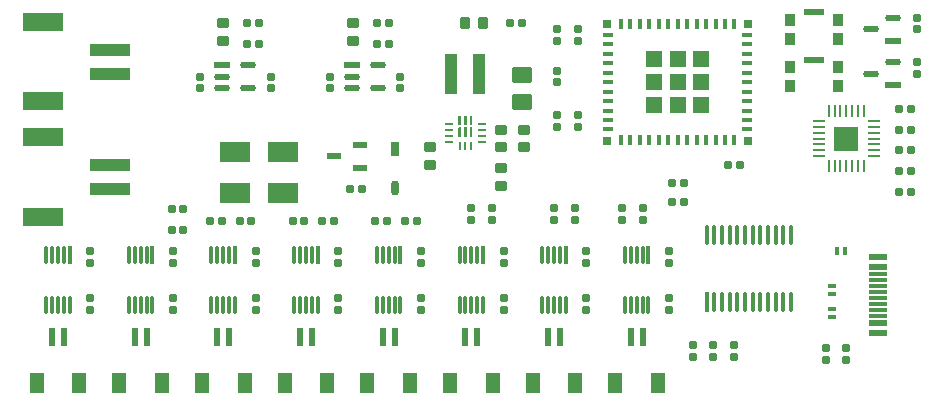
<source format=gtp>
G04*
G04 #@! TF.GenerationSoftware,Altium Limited,Altium Designer,25.5.2 (35)*
G04*
G04 Layer_Color=8421504*
%FSLAX44Y44*%
%MOMM*%
G71*
G04*
G04 #@! TF.SameCoordinates,E2347265-D20F-491F-8A9E-089D316F0C9A*
G04*
G04*
G04 #@! TF.FilePolarity,Positive*
G04*
G01*
G75*
%ADD16R,2.1187X2.1187*%
G04:AMPARAMS|DCode=17|XSize=0.6mm|YSize=0.7mm|CornerRadius=0.075mm|HoleSize=0mm|Usage=FLASHONLY|Rotation=180.000|XOffset=0mm|YOffset=0mm|HoleType=Round|Shape=RoundedRectangle|*
%AMROUNDEDRECTD17*
21,1,0.6000,0.5500,0,0,180.0*
21,1,0.4500,0.7000,0,0,180.0*
1,1,0.1500,-0.2250,0.2750*
1,1,0.1500,0.2250,0.2750*
1,1,0.1500,0.2250,-0.2750*
1,1,0.1500,-0.2250,-0.2750*
%
%ADD17ROUNDEDRECTD17*%
G04:AMPARAMS|DCode=18|XSize=0.8mm|YSize=1mm|CornerRadius=0.1mm|HoleSize=0mm|Usage=FLASHONLY|Rotation=90.000|XOffset=0mm|YOffset=0mm|HoleType=Round|Shape=RoundedRectangle|*
%AMROUNDEDRECTD18*
21,1,0.8000,0.8000,0,0,90.0*
21,1,0.6000,1.0000,0,0,90.0*
1,1,0.2000,0.4000,0.3000*
1,1,0.2000,0.4000,-0.3000*
1,1,0.2000,-0.4000,-0.3000*
1,1,0.2000,-0.4000,0.3000*
%
%ADD18ROUNDEDRECTD18*%
G04:AMPARAMS|DCode=19|XSize=0.6mm|YSize=0.7mm|CornerRadius=0.075mm|HoleSize=0mm|Usage=FLASHONLY|Rotation=90.000|XOffset=0mm|YOffset=0mm|HoleType=Round|Shape=RoundedRectangle|*
%AMROUNDEDRECTD19*
21,1,0.6000,0.5500,0,0,90.0*
21,1,0.4500,0.7000,0,0,90.0*
1,1,0.1500,0.2750,0.2250*
1,1,0.1500,0.2750,-0.2250*
1,1,0.1500,-0.2750,-0.2250*
1,1,0.1500,-0.2750,0.2250*
%
%ADD19ROUNDEDRECTD19*%
%ADD20R,1.5000X0.6000*%
%ADD21R,1.5000X0.3000*%
%ADD22R,0.6500X0.4000*%
%ADD23R,1.4478X1.4478*%
%ADD24R,0.7112X0.7112*%
%ADD25R,0.4064X0.8128*%
%ADD26R,0.8128X0.4064*%
G04:AMPARAMS|DCode=27|XSize=0.2425mm|YSize=1.0311mm|CornerRadius=0.1212mm|HoleSize=0mm|Usage=FLASHONLY|Rotation=90.000|XOffset=0mm|YOffset=0mm|HoleType=Round|Shape=RoundedRectangle|*
%AMROUNDEDRECTD27*
21,1,0.2425,0.7886,0,0,90.0*
21,1,0.0000,1.0311,0,0,90.0*
1,1,0.2425,0.3943,0.0000*
1,1,0.2425,0.3943,0.0000*
1,1,0.2425,-0.3943,0.0000*
1,1,0.2425,-0.3943,0.0000*
%
%ADD27ROUNDEDRECTD27*%
G04:AMPARAMS|DCode=28|XSize=1.0311mm|YSize=0.2425mm|CornerRadius=0.1212mm|HoleSize=0mm|Usage=FLASHONLY|Rotation=90.000|XOffset=0mm|YOffset=0mm|HoleType=Round|Shape=RoundedRectangle|*
%AMROUNDEDRECTD28*
21,1,1.0311,0.0000,0,0,90.0*
21,1,0.7886,0.2425,0,0,90.0*
1,1,0.2425,0.0000,0.3943*
1,1,0.2425,0.0000,-0.3943*
1,1,0.2425,0.0000,-0.3943*
1,1,0.2425,0.0000,0.3943*
%
%ADD28ROUNDEDRECTD28*%
%ADD29R,0.2425X1.0311*%
%ADD30R,3.5000X1.0000*%
%ADD31R,3.4000X1.5000*%
%ADD32R,0.6000X1.5500*%
%ADD33R,1.2000X1.8000*%
%ADD34R,0.9800X3.4000*%
%ADD35R,1.3383X0.5780*%
G04:AMPARAMS|DCode=36|XSize=1.3383mm|YSize=0.578mm|CornerRadius=0.289mm|HoleSize=0mm|Usage=FLASHONLY|Rotation=0.000|XOffset=0mm|YOffset=0mm|HoleType=Round|Shape=RoundedRectangle|*
%AMROUNDEDRECTD36*
21,1,1.3383,0.0000,0,0,0.0*
21,1,0.7603,0.5780,0,0,0.0*
1,1,0.5780,0.3802,0.0000*
1,1,0.5780,-0.3802,0.0000*
1,1,0.5780,-0.3802,0.0000*
1,1,0.5780,0.3802,0.0000*
%
%ADD36ROUNDEDRECTD36*%
G04:AMPARAMS|DCode=37|XSize=1.3571mm|YSize=0.5721mm|CornerRadius=0.2861mm|HoleSize=0mm|Usage=FLASHONLY|Rotation=180.000|XOffset=0mm|YOffset=0mm|HoleType=Round|Shape=RoundedRectangle|*
%AMROUNDEDRECTD37*
21,1,1.3571,0.0000,0,0,180.0*
21,1,0.7850,0.5721,0,0,180.0*
1,1,0.5721,-0.3925,0.0000*
1,1,0.5721,0.3925,0.0000*
1,1,0.5721,0.3925,0.0000*
1,1,0.5721,-0.3925,0.0000*
%
%ADD37ROUNDEDRECTD37*%
%ADD38R,1.3571X0.5721*%
%ADD39R,0.9000X1.0000*%
%ADD40R,1.7000X0.5500*%
%ADD41R,0.3500X1.5565*%
G04:AMPARAMS|DCode=42|XSize=1.5565mm|YSize=0.35mm|CornerRadius=0.175mm|HoleSize=0mm|Usage=FLASHONLY|Rotation=270.000|XOffset=0mm|YOffset=0mm|HoleType=Round|Shape=RoundedRectangle|*
%AMROUNDEDRECTD42*
21,1,1.5565,0.0000,0,0,270.0*
21,1,1.2065,0.3500,0,0,270.0*
1,1,0.3500,0.0000,-0.6033*
1,1,0.3500,0.0000,0.6033*
1,1,0.3500,0.0000,0.6033*
1,1,0.3500,0.0000,-0.6033*
%
%ADD42ROUNDEDRECTD42*%
%ADD43R,1.1500X0.6000*%
%ADD44R,0.3808X1.6554*%
G04:AMPARAMS|DCode=45|XSize=1.6554mm|YSize=0.3808mm|CornerRadius=0.1904mm|HoleSize=0mm|Usage=FLASHONLY|Rotation=90.000|XOffset=0mm|YOffset=0mm|HoleType=Round|Shape=RoundedRectangle|*
%AMROUNDEDRECTD45*
21,1,1.6554,0.0000,0,0,90.0*
21,1,1.2747,0.3808,0,0,90.0*
1,1,0.3808,0.0000,0.6373*
1,1,0.3808,0.0000,-0.6373*
1,1,0.3808,0.0000,-0.6373*
1,1,0.3808,0.0000,0.6373*
%
%ADD45ROUNDEDRECTD45*%
%ADD46R,0.7025X1.2575*%
G04:AMPARAMS|DCode=47|XSize=1.2575mm|YSize=0.7025mm|CornerRadius=0.3512mm|HoleSize=0mm|Usage=FLASHONLY|Rotation=270.000|XOffset=0mm|YOffset=0mm|HoleType=Round|Shape=RoundedRectangle|*
%AMROUNDEDRECTD47*
21,1,1.2575,0.0000,0,0,270.0*
21,1,0.5550,0.7025,0,0,270.0*
1,1,0.7025,0.0000,-0.2775*
1,1,0.7025,0.0000,0.2775*
1,1,0.7025,0.0000,0.2775*
1,1,0.7025,0.0000,-0.2775*
%
%ADD47ROUNDEDRECTD47*%
G04:AMPARAMS|DCode=48|XSize=0.24mm|YSize=0.6mm|CornerRadius=0.0504mm|HoleSize=0mm|Usage=FLASHONLY|Rotation=270.000|XOffset=0mm|YOffset=0mm|HoleType=Round|Shape=RoundedRectangle|*
%AMROUNDEDRECTD48*
21,1,0.2400,0.4992,0,0,270.0*
21,1,0.1392,0.6000,0,0,270.0*
1,1,0.1008,-0.2496,-0.0696*
1,1,0.1008,-0.2496,0.0696*
1,1,0.1008,0.2496,0.0696*
1,1,0.1008,0.2496,-0.0696*
%
%ADD48ROUNDEDRECTD48*%
G04:AMPARAMS|DCode=49|XSize=0.6mm|YSize=0.24mm|CornerRadius=0.0504mm|HoleSize=0mm|Usage=FLASHONLY|Rotation=270.000|XOffset=0mm|YOffset=0mm|HoleType=Round|Shape=RoundedRectangle|*
%AMROUNDEDRECTD49*
21,1,0.6000,0.1392,0,0,270.0*
21,1,0.4992,0.2400,0,0,270.0*
1,1,0.1008,-0.0696,-0.2496*
1,1,0.1008,-0.0696,0.2496*
1,1,0.1008,0.0696,0.2496*
1,1,0.1008,0.0696,-0.2496*
%
%ADD49ROUNDEDRECTD49*%
%ADD50R,2.6000X1.7000*%
G04:AMPARAMS|DCode=51|XSize=0.8mm|YSize=1mm|CornerRadius=0.1mm|HoleSize=0mm|Usage=FLASHONLY|Rotation=0.000|XOffset=0mm|YOffset=0mm|HoleType=Round|Shape=RoundedRectangle|*
%AMROUNDEDRECTD51*
21,1,0.8000,0.8000,0,0,0.0*
21,1,0.6000,1.0000,0,0,0.0*
1,1,0.2000,0.3000,-0.4000*
1,1,0.2000,-0.3000,-0.4000*
1,1,0.2000,-0.3000,0.4000*
1,1,0.2000,0.3000,0.4000*
%
%ADD51ROUNDEDRECTD51*%
%ADD52R,0.4000X0.6500*%
G04:AMPARAMS|DCode=53|XSize=1.4mm|YSize=1.7mm|CornerRadius=0.175mm|HoleSize=0mm|Usage=FLASHONLY|Rotation=270.000|XOffset=0mm|YOffset=0mm|HoleType=Round|Shape=RoundedRectangle|*
%AMROUNDEDRECTD53*
21,1,1.4000,1.3500,0,0,270.0*
21,1,1.0500,1.7000,0,0,270.0*
1,1,0.3500,-0.6750,-0.5250*
1,1,0.3500,-0.6750,0.5250*
1,1,0.3500,0.6750,0.5250*
1,1,0.3500,0.6750,-0.5250*
%
%ADD53ROUNDEDRECTD53*%
G36*
X409000Y261575D02*
Y261674D01*
X409076Y261858D01*
X409217Y261999D01*
X409401Y262075D01*
X409500D01*
D01*
X410700D01*
X410800D01*
X410983Y261999D01*
X411124Y261858D01*
X411200Y261674D01*
Y261575D01*
D01*
Y254625D01*
Y254526D01*
X411124Y254342D01*
X410983Y254201D01*
X410800Y254125D01*
X410700D01*
D01*
X409500D01*
X409401D01*
X409217Y254201D01*
X409076Y254342D01*
X409000Y254526D01*
Y254625D01*
D01*
Y261575D01*
D02*
G37*
G36*
X414300Y262075D02*
X415700D01*
X415800D01*
X415983Y261999D01*
X416124Y261858D01*
X416200Y261674D01*
Y261575D01*
D01*
Y254625D01*
Y254526D01*
X416124Y254342D01*
X415983Y254201D01*
X415800Y254125D01*
X415700D01*
D01*
X414300D01*
X414201D01*
X414017Y254201D01*
X413876Y254342D01*
X413800Y254526D01*
Y254625D01*
D01*
Y261575D01*
Y261674D01*
X413876Y261858D01*
X414017Y261999D01*
X414201Y262075D01*
X414300D01*
D01*
D02*
G37*
G36*
X418800Y261575D02*
Y261674D01*
X418876Y261858D01*
X419017Y261999D01*
X419201Y262075D01*
X419300D01*
D01*
X420500D01*
X420600D01*
X420783Y261999D01*
X420924Y261858D01*
X421000Y261674D01*
Y261575D01*
D01*
Y254625D01*
Y254526D01*
X420924Y254342D01*
X420783Y254201D01*
X420600Y254125D01*
X420500D01*
D01*
X419300D01*
X419201D01*
X419017Y254201D01*
X418876Y254342D01*
X418800Y254526D01*
Y254625D01*
D01*
Y261575D01*
D02*
G37*
G36*
X409000Y271475D02*
Y271574D01*
X409076Y271758D01*
X409217Y271899D01*
X409401Y271975D01*
X409500D01*
D01*
X410700D01*
X410800D01*
X410983Y271899D01*
X411124Y271758D01*
X411200Y271574D01*
Y271475D01*
D01*
Y264525D01*
Y264426D01*
X411124Y264242D01*
X410983Y264101D01*
X410800Y264025D01*
X410700D01*
D01*
X409500D01*
X409401D01*
X409217Y264101D01*
X409076Y264242D01*
X409000Y264426D01*
Y264525D01*
D01*
Y271475D01*
D02*
G37*
G36*
X416200Y264525D02*
Y264426D01*
X416124Y264242D01*
X415983Y264101D01*
X415800Y264025D01*
X415700D01*
D01*
X414300D01*
X414201D01*
X414017Y264101D01*
X413876Y264242D01*
X413800Y264426D01*
Y264525D01*
D01*
Y271475D01*
Y271574D01*
X413876Y271758D01*
X414017Y271899D01*
X414201Y271975D01*
X414300D01*
D01*
X415700D01*
X415800D01*
X415983Y271899D01*
X416124Y271758D01*
X416200Y271574D01*
Y271475D01*
D01*
Y264525D01*
D02*
G37*
G36*
X420500Y271975D02*
X420600D01*
X420783Y271899D01*
X420924Y271758D01*
X421000Y271574D01*
Y271475D01*
D01*
Y264525D01*
Y264426D01*
X420924Y264242D01*
X420783Y264101D01*
X420600Y264025D01*
X420500D01*
D01*
X419300D01*
X419201D01*
X419017Y264101D01*
X418876Y264242D01*
X418800Y264426D01*
Y264525D01*
D01*
Y271475D01*
Y271574D01*
X418876Y271758D01*
X419017Y271899D01*
X419201Y271975D01*
X419300D01*
D01*
X420500D01*
D02*
G37*
D16*
X737500Y252500D02*
D03*
D17*
X240000Y350000D02*
D03*
X230000D02*
D03*
X176250Y192500D02*
D03*
X166250D02*
D03*
X792500Y277500D02*
D03*
X782500D02*
D03*
X792500Y242500D02*
D03*
X782500D02*
D03*
X782500Y260000D02*
D03*
X792500D02*
D03*
X176250Y175000D02*
D03*
X166250D02*
D03*
X233750Y182500D02*
D03*
X223750D02*
D03*
X198750Y182500D02*
D03*
X208750D02*
D03*
X303750Y182500D02*
D03*
X293750D02*
D03*
X268750Y182500D02*
D03*
X278750D02*
D03*
X373750Y182500D02*
D03*
X363750D02*
D03*
X338750Y182500D02*
D03*
X348750D02*
D03*
X647500Y230000D02*
D03*
X637500D02*
D03*
X590000Y215000D02*
D03*
X600000D02*
D03*
X590000Y199000D02*
D03*
X600000D02*
D03*
X462500Y350000D02*
D03*
X452500D02*
D03*
X340000Y350000D02*
D03*
X350000D02*
D03*
X350000Y332500D02*
D03*
X340000D02*
D03*
X240000Y332500D02*
D03*
X230000D02*
D03*
X327500Y210000D02*
D03*
X317500D02*
D03*
X782500Y207500D02*
D03*
X792500D02*
D03*
X782500Y225000D02*
D03*
X792500D02*
D03*
D18*
X210000Y350000D02*
D03*
Y335000D02*
D03*
X320000D02*
D03*
Y350000D02*
D03*
X445000Y260000D02*
D03*
Y245000D02*
D03*
Y227500D02*
D03*
Y212500D02*
D03*
X385000Y245000D02*
D03*
Y230000D02*
D03*
X465000Y260000D02*
D03*
Y245000D02*
D03*
D19*
X565000Y193750D02*
D03*
Y183750D02*
D03*
X492500Y262500D02*
D03*
Y272500D02*
D03*
X642500Y67500D02*
D03*
Y77500D02*
D03*
X625000Y67500D02*
D03*
Y77500D02*
D03*
X437500Y193750D02*
D03*
Y183750D02*
D03*
X420000Y193750D02*
D03*
Y183750D02*
D03*
X507500Y193750D02*
D03*
Y183750D02*
D03*
X490000Y193750D02*
D03*
Y183750D02*
D03*
X547500Y193750D02*
D03*
Y183750D02*
D03*
X797500Y317500D02*
D03*
Y307500D02*
D03*
X607500Y67500D02*
D03*
Y77500D02*
D03*
X797500Y355000D02*
D03*
Y345000D02*
D03*
X492500Y310000D02*
D03*
Y300000D02*
D03*
X720000Y75000D02*
D03*
Y65000D02*
D03*
X737500Y75000D02*
D03*
Y65000D02*
D03*
X510000Y272500D02*
D03*
Y262500D02*
D03*
X492500Y335000D02*
D03*
Y345000D02*
D03*
X510000Y335000D02*
D03*
Y345000D02*
D03*
X97500Y107500D02*
D03*
Y117500D02*
D03*
Y157500D02*
D03*
Y147500D02*
D03*
X167500Y107500D02*
D03*
Y117500D02*
D03*
Y157500D02*
D03*
Y147500D02*
D03*
X237500Y107500D02*
D03*
Y117500D02*
D03*
Y157500D02*
D03*
Y147500D02*
D03*
X307500Y107500D02*
D03*
Y117500D02*
D03*
Y157500D02*
D03*
Y147500D02*
D03*
X300000Y305000D02*
D03*
Y295000D02*
D03*
X190000Y305000D02*
D03*
Y295000D02*
D03*
X360000Y305000D02*
D03*
Y295000D02*
D03*
X250000Y305000D02*
D03*
Y295000D02*
D03*
X377500Y107500D02*
D03*
Y117500D02*
D03*
X377500Y157500D02*
D03*
Y147500D02*
D03*
X447500Y107500D02*
D03*
Y117500D02*
D03*
Y157500D02*
D03*
Y147500D02*
D03*
X517500Y107500D02*
D03*
Y117500D02*
D03*
Y157500D02*
D03*
Y147500D02*
D03*
X587500Y107259D02*
D03*
Y117259D02*
D03*
Y157259D02*
D03*
Y147259D02*
D03*
D20*
X764000Y96000D02*
D03*
Y88000D02*
D03*
Y152000D02*
D03*
Y144000D02*
D03*
D21*
Y102500D02*
D03*
Y107500D02*
D03*
Y112500D02*
D03*
Y137500D02*
D03*
Y132500D02*
D03*
Y127500D02*
D03*
Y122500D02*
D03*
Y117500D02*
D03*
D22*
X725000Y127500D02*
D03*
Y120500D02*
D03*
Y101500D02*
D03*
Y108500D02*
D03*
D23*
X594750Y320000D02*
D03*
X614500D02*
D03*
Y300250D02*
D03*
Y280500D02*
D03*
X594750D02*
D03*
X575000D02*
D03*
Y300250D02*
D03*
Y320000D02*
D03*
X594750Y300250D02*
D03*
D24*
X535250Y349750D02*
D03*
Y250751D02*
D03*
X654250Y250750D02*
D03*
Y349750D02*
D03*
D25*
X546750Y349250D02*
D03*
X554750D02*
D03*
X562750D02*
D03*
X570750D02*
D03*
X578750D02*
D03*
X586750D02*
D03*
X594750D02*
D03*
X602750D02*
D03*
X610750D02*
D03*
X618750D02*
D03*
X626750D02*
D03*
X634750D02*
D03*
X642750D02*
D03*
X642750Y251250D02*
D03*
X634750D02*
D03*
X626750D02*
D03*
X618750D02*
D03*
X610750D02*
D03*
X602750D02*
D03*
X594750D02*
D03*
X586750D02*
D03*
X578750D02*
D03*
X570750D02*
D03*
X562750D02*
D03*
X554750D02*
D03*
X546750D02*
D03*
D26*
X653750Y340250D02*
D03*
Y332250D02*
D03*
Y324250D02*
D03*
Y316250D02*
D03*
Y308250D02*
D03*
Y300250D02*
D03*
Y292250D02*
D03*
Y284250D02*
D03*
Y276250D02*
D03*
Y268250D02*
D03*
Y260250D02*
D03*
X535750D02*
D03*
Y268250D02*
D03*
Y276250D02*
D03*
Y284250D02*
D03*
Y292250D02*
D03*
Y300250D02*
D03*
Y308250D02*
D03*
Y316250D02*
D03*
Y324250D02*
D03*
Y332250D02*
D03*
Y340250D02*
D03*
D27*
X714095Y237500D02*
D03*
Y242500D02*
D03*
Y247500D02*
D03*
Y252500D02*
D03*
Y257500D02*
D03*
Y262500D02*
D03*
Y267500D02*
D03*
X760905D02*
D03*
Y262500D02*
D03*
Y257500D02*
D03*
Y252500D02*
D03*
Y247500D02*
D03*
Y242500D02*
D03*
Y237500D02*
D03*
D28*
X722500Y275905D02*
D03*
X727500D02*
D03*
X732500D02*
D03*
X737500D02*
D03*
X742500D02*
D03*
X747500D02*
D03*
X752500D02*
D03*
Y229095D02*
D03*
X747500D02*
D03*
X742500D02*
D03*
X737500D02*
D03*
X732500D02*
D03*
X727500D02*
D03*
D29*
X722500D02*
D03*
D30*
X114500Y230000D02*
D03*
Y210000D02*
D03*
Y327500D02*
D03*
Y307500D02*
D03*
D31*
X57000Y253500D02*
D03*
Y186500D02*
D03*
Y351000D02*
D03*
Y284000D02*
D03*
D32*
X75000Y84500D02*
D03*
X65000D02*
D03*
X145000D02*
D03*
X135000D02*
D03*
X215000D02*
D03*
X205000D02*
D03*
X285000D02*
D03*
X275000D02*
D03*
X355000D02*
D03*
X345000D02*
D03*
X425000D02*
D03*
X415000D02*
D03*
X495000D02*
D03*
X485000D02*
D03*
X565000D02*
D03*
X555000D02*
D03*
D33*
X88000Y45750D02*
D03*
X52000D02*
D03*
X158000D02*
D03*
X122000D02*
D03*
X228000D02*
D03*
X192000D02*
D03*
X298000D02*
D03*
X262000D02*
D03*
X368000D02*
D03*
X332000D02*
D03*
X438000D02*
D03*
X402000D02*
D03*
X508000D02*
D03*
X472000D02*
D03*
X578000D02*
D03*
X542000D02*
D03*
D34*
X426850Y307500D02*
D03*
X403150D02*
D03*
D35*
X208838Y314500D02*
D03*
X318838D02*
D03*
D36*
X208838Y305000D02*
D03*
Y295500D02*
D03*
X231162D02*
D03*
Y314500D02*
D03*
X318838Y305000D02*
D03*
Y295500D02*
D03*
X341162D02*
D03*
Y314500D02*
D03*
D37*
X757995Y345000D02*
D03*
X777005Y354500D02*
D03*
X757995Y307500D02*
D03*
X777005Y317000D02*
D03*
D38*
Y335500D02*
D03*
Y298000D02*
D03*
D39*
X689500Y313000D02*
D03*
X730500D02*
D03*
X689500Y297000D02*
D03*
X730500D02*
D03*
X689500Y353000D02*
D03*
X730500D02*
D03*
X689500Y337000D02*
D03*
X730500D02*
D03*
D40*
X710000Y319250D02*
D03*
Y359250D02*
D03*
D41*
X80000Y153509D02*
D03*
X150000D02*
D03*
X220000D02*
D03*
X290000D02*
D03*
X430000D02*
D03*
X570000D02*
D03*
X500000D02*
D03*
X360000D02*
D03*
D42*
X75000D02*
D03*
X70000D02*
D03*
X65000D02*
D03*
X60000D02*
D03*
Y111491D02*
D03*
X65000D02*
D03*
X70000D02*
D03*
X75000D02*
D03*
X80000D02*
D03*
X145000Y153509D02*
D03*
X140000D02*
D03*
X135000D02*
D03*
X130000D02*
D03*
Y111491D02*
D03*
X135000D02*
D03*
X140000D02*
D03*
X145000D02*
D03*
X150000D02*
D03*
X215000Y153509D02*
D03*
X210000D02*
D03*
X205000D02*
D03*
X200000D02*
D03*
Y111491D02*
D03*
X205000D02*
D03*
X210000D02*
D03*
X215000D02*
D03*
X220000D02*
D03*
X285000Y153509D02*
D03*
X280000D02*
D03*
X275000D02*
D03*
X270000D02*
D03*
Y111491D02*
D03*
X275000D02*
D03*
X280000D02*
D03*
X285000D02*
D03*
X290000D02*
D03*
X425000Y153509D02*
D03*
X420000D02*
D03*
X415000D02*
D03*
X410000D02*
D03*
Y111491D02*
D03*
X415000D02*
D03*
X420000D02*
D03*
X425000D02*
D03*
X430000D02*
D03*
X565000Y153509D02*
D03*
X560000D02*
D03*
X555000D02*
D03*
X550000D02*
D03*
Y111491D02*
D03*
X555000D02*
D03*
X560000D02*
D03*
X565000D02*
D03*
X570000D02*
D03*
X495000Y153509D02*
D03*
X490000D02*
D03*
X485000D02*
D03*
X480000D02*
D03*
Y111491D02*
D03*
X485000D02*
D03*
X490000D02*
D03*
X495000D02*
D03*
X500000D02*
D03*
X355000Y153509D02*
D03*
X350000D02*
D03*
X345000D02*
D03*
X340000D02*
D03*
Y111491D02*
D03*
X345000D02*
D03*
X350000D02*
D03*
X355000D02*
D03*
X360000D02*
D03*
D43*
X304000Y237500D02*
D03*
X326000Y247100D02*
D03*
Y227900D02*
D03*
D44*
X619250Y114246D02*
D03*
D45*
X625750D02*
D03*
X632250D02*
D03*
X638750D02*
D03*
X645250D02*
D03*
X651750D02*
D03*
X658250D02*
D03*
X664750D02*
D03*
X671250D02*
D03*
X677750D02*
D03*
X684250D02*
D03*
X690750D02*
D03*
Y170754D02*
D03*
X684250D02*
D03*
X677750D02*
D03*
X671250D02*
D03*
X664750D02*
D03*
X658250D02*
D03*
X651750D02*
D03*
X645250D02*
D03*
X638750D02*
D03*
X632250D02*
D03*
X625750D02*
D03*
X619250D02*
D03*
D46*
X355000Y244004D02*
D03*
D47*
Y210996D02*
D03*
D48*
X401000Y265000D02*
D03*
Y260000D02*
D03*
Y255000D02*
D03*
Y250000D02*
D03*
X429000D02*
D03*
Y255000D02*
D03*
Y260000D02*
D03*
Y265000D02*
D03*
D49*
X410000Y246000D02*
D03*
X415000D02*
D03*
X420000D02*
D03*
D50*
X219500Y206000D02*
D03*
X260500D02*
D03*
X219500Y241000D02*
D03*
X260500D02*
D03*
D51*
X415000Y350000D02*
D03*
X430000D02*
D03*
D52*
X736500Y157500D02*
D03*
X729500D02*
D03*
D53*
X462500Y306430D02*
D03*
Y283570D02*
D03*
M02*

</source>
